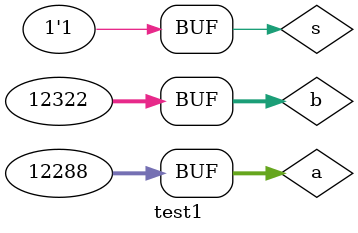
<source format=v>
`timescale 1ns / 1ps

module test1;
    reg s;
    wire [31:0]y;
    reg [31:0]a,b;
    mux2 mux(a,b,s,y);
    initial 
        begin
            s=1;
            a=32'h0x0000_3000;
            b=32'h0x0000_3022;
        end
endmodule
</source>
